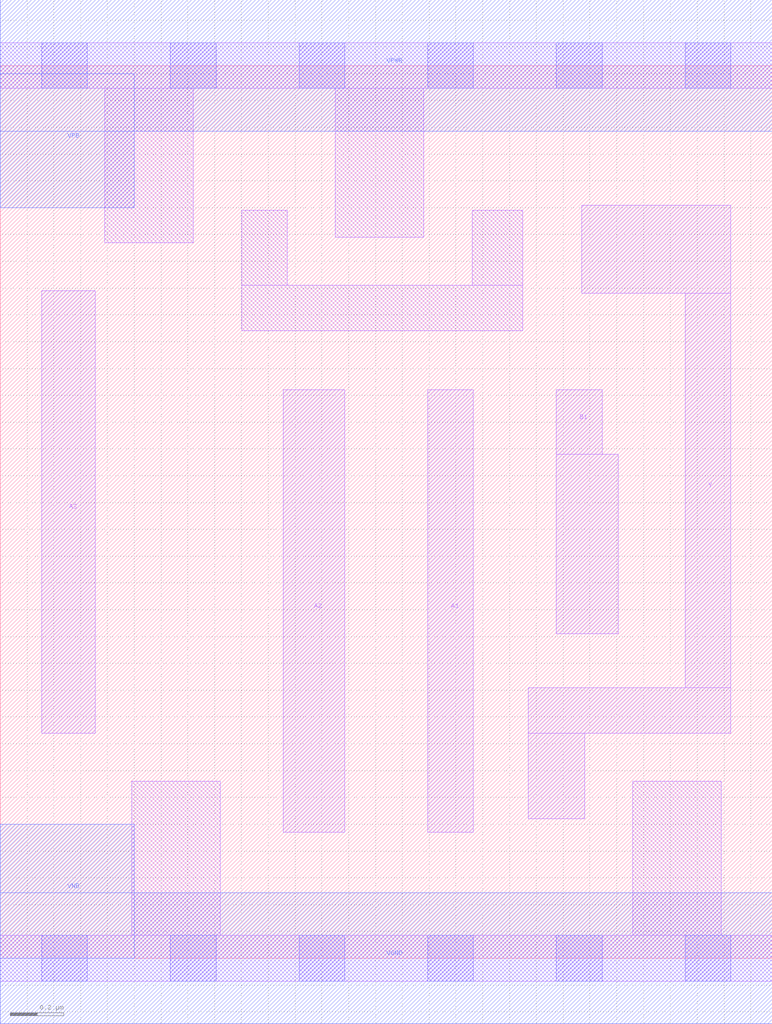
<source format=lef>
# Copyright 2020 The SkyWater PDK Authors
#
# Licensed under the Apache License, Version 2.0 (the "License");
# you may not use this file except in compliance with the License.
# You may obtain a copy of the License at
#
#     https://www.apache.org/licenses/LICENSE-2.0
#
# Unless required by applicable law or agreed to in writing, software
# distributed under the License is distributed on an "AS IS" BASIS,
# WITHOUT WARRANTIES OR CONDITIONS OF ANY KIND, either express or implied.
# See the License for the specific language governing permissions and
# limitations under the License.
#
# SPDX-License-Identifier: Apache-2.0

VERSION 5.5 ;
NAMESCASESENSITIVE ON ;
BUSBITCHARS "[]" ;
DIVIDERCHAR "/" ;
MACRO sky130_fd_sc_lp__a31oi_m
  CLASS CORE ;
  SOURCE USER ;
  ORIGIN  0.000000  0.000000 ;
  SIZE  2.880000 BY  3.330000 ;
  SYMMETRY X Y R90 ;
  SITE unit ;
  PIN A1
    ANTENNAGATEAREA  0.126000 ;
    DIRECTION INPUT ;
    USE SIGNAL ;
    PORT
      LAYER li1 ;
        RECT 1.595000 0.470000 1.765000 2.120000 ;
    END
  END A1
  PIN A2
    ANTENNAGATEAREA  0.126000 ;
    DIRECTION INPUT ;
    USE SIGNAL ;
    PORT
      LAYER li1 ;
        RECT 1.055000 0.470000 1.285000 2.120000 ;
    END
  END A2
  PIN A3
    ANTENNAGATEAREA  0.126000 ;
    DIRECTION INPUT ;
    USE SIGNAL ;
    PORT
      LAYER li1 ;
        RECT 0.155000 0.840000 0.355000 2.490000 ;
    END
  END A3
  PIN B1
    ANTENNAGATEAREA  0.126000 ;
    DIRECTION INPUT ;
    USE SIGNAL ;
    PORT
      LAYER li1 ;
        RECT 2.075000 1.210000 2.305000 1.880000 ;
        RECT 2.075000 1.880000 2.245000 2.120000 ;
    END
  END B1
  PIN Y
    ANTENNADIFFAREA  0.350700 ;
    DIRECTION OUTPUT ;
    USE SIGNAL ;
    PORT
      LAYER li1 ;
        RECT 1.970000 0.520000 2.180000 0.840000 ;
        RECT 1.970000 0.840000 2.725000 1.010000 ;
        RECT 2.170000 2.480000 2.725000 2.810000 ;
        RECT 2.555000 1.010000 2.725000 2.480000 ;
    END
  END Y
  PIN VGND
    DIRECTION INOUT ;
    USE GROUND ;
    PORT
      LAYER met1 ;
        RECT 0.000000 -0.245000 2.880000 0.245000 ;
    END
  END VGND
  PIN VNB
    DIRECTION INOUT ;
    USE GROUND ;
    PORT
      LAYER met1 ;
        RECT 0.000000 0.000000 0.500000 0.500000 ;
    END
  END VNB
  PIN VPB
    DIRECTION INOUT ;
    USE POWER ;
    PORT
      LAYER met1 ;
        RECT 0.000000 2.800000 0.500000 3.300000 ;
    END
  END VPB
  PIN VPWR
    DIRECTION INOUT ;
    USE POWER ;
    PORT
      LAYER met1 ;
        RECT 0.000000 3.085000 2.880000 3.575000 ;
    END
  END VPWR
  OBS
    LAYER li1 ;
      RECT 0.000000 -0.085000 2.880000 0.085000 ;
      RECT 0.000000  3.245000 2.880000 3.415000 ;
      RECT 0.390000  2.670000 0.720000 3.245000 ;
      RECT 0.490000  0.085000 0.820000 0.660000 ;
      RECT 0.900000  2.340000 1.950000 2.510000 ;
      RECT 0.900000  2.510000 1.070000 2.790000 ;
      RECT 1.250000  2.690000 1.580000 3.245000 ;
      RECT 1.760000  2.510000 1.950000 2.790000 ;
      RECT 2.360000  0.085000 2.690000 0.660000 ;
    LAYER mcon ;
      RECT 0.155000 -0.085000 0.325000 0.085000 ;
      RECT 0.155000  3.245000 0.325000 3.415000 ;
      RECT 0.635000 -0.085000 0.805000 0.085000 ;
      RECT 0.635000  3.245000 0.805000 3.415000 ;
      RECT 1.115000 -0.085000 1.285000 0.085000 ;
      RECT 1.115000  3.245000 1.285000 3.415000 ;
      RECT 1.595000 -0.085000 1.765000 0.085000 ;
      RECT 1.595000  3.245000 1.765000 3.415000 ;
      RECT 2.075000 -0.085000 2.245000 0.085000 ;
      RECT 2.075000  3.245000 2.245000 3.415000 ;
      RECT 2.555000 -0.085000 2.725000 0.085000 ;
      RECT 2.555000  3.245000 2.725000 3.415000 ;
  END
END sky130_fd_sc_lp__a31oi_m

</source>
